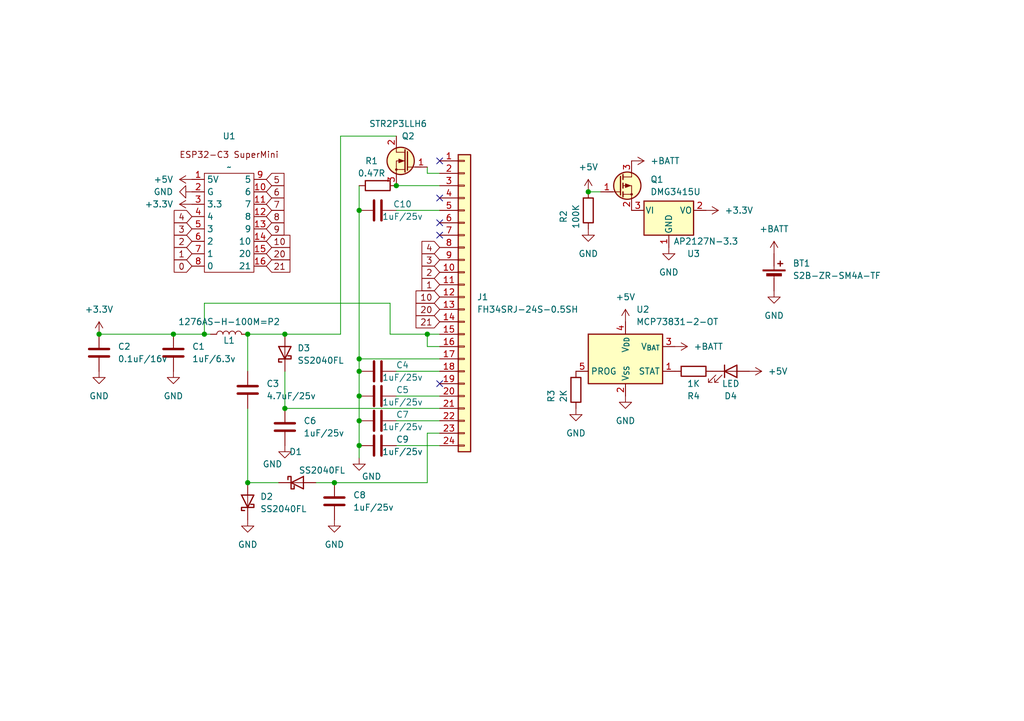
<source format=kicad_sch>
(kicad_sch (version 20230121) (generator eeschema)
  (paper "A5")
  (lib_symbols
    (symbol "Battery_Management:MCP73831-2-OT"
      (property "Reference" "U" (at -7.62 6.35 0))
      (property "Value" "MCP73831-2-OT" (at 1.27 6.35 0))
      (symbol "MCP73831-2-OT_0_1"
        (rectangle (start -7.62 5.08) (end 7.62 -5.08) (stroke (width 0.254)) (fill (type background)))
      )
      (symbol "MCP73831-2-OT_1_1"
        (pin output line (at 10.16 -2.54 180) (length 2.54) (name "STAT") (number "1"))
        (pin power_in line (at 0 -7.62 90) (length 2.54) (name "V_{SS}") (number "2"))
        (pin power_out line (at 10.16 2.54 180) (length 2.54) (name "V_{BAT}") (number "3"))
        (pin power_in line (at 0 7.62 270) (length 2.54) (name "V_{DD}") (number "4"))
        (pin input line (at -10.16 -2.54 0) (length 2.54) (name "PROG") (number "5"))
      )
    )
    (symbol "Connector_Generic:Conn_01x24" (pin_names (offset 1.016) hide)
      (property "Reference" "J" (at 0 30.48 0))
      (property "Value" "Conn_01x24" (at 0 -33.02 0))
      (symbol "Conn_01x24_1_1"
        (rectangle (start -1.27 -30.353) (end 0 -30.607) (stroke (width 0.1524)))
        (rectangle (start -1.27 -27.813) (end 0 -28.067) (stroke (width 0.1524)))
        (rectangle (start -1.27 -25.273) (end 0 -25.527) (stroke (width 0.1524)))
        (rectangle (start -1.27 -22.733) (end 0 -22.987) (stroke (width 0.1524)))
        (rectangle (start -1.27 -20.193) (end 0 -20.447) (stroke (width 0.1524)))
        (rectangle (start -1.27 -17.653) (end 0 -17.907) (stroke (width 0.1524)))
        (rectangle (start -1.27 -15.113) (end 0 -15.367) (stroke (width 0.1524)))
        (rectangle (start -1.27 -12.573) (end 0 -12.827) (stroke (width 0.1524)))
        (rectangle (start -1.27 -10.033) (end 0 -10.287) (stroke (width 0.1524)))
        (rectangle (start -1.27 -7.493) (end 0 -7.747) (stroke (width 0.1524)))
        (rectangle (start -1.27 -4.953) (end 0 -5.207) (stroke (width 0.1524)))
        (rectangle (start -1.27 -2.413) (end 0 -2.667) (stroke (width 0.1524)))
        (rectangle (start -1.27 0.127) (end 0 -0.127) (stroke (width 0.1524)))
        (rectangle (start -1.27 2.667) (end 0 2.413) (stroke (width 0.1524)))
        (rectangle (start -1.27 5.207) (end 0 4.953) (stroke (width 0.1524)))
        (rectangle (start -1.27 7.747) (end 0 7.493) (stroke (width 0.1524)))
        (rectangle (start -1.27 10.287) (end 0 10.033) (stroke (width 0.1524)))
        (rectangle (start -1.27 12.827) (end 0 12.573) (stroke (width 0.1524)))
        (rectangle (start -1.27 15.367) (end 0 15.113) (stroke (width 0.1524)))
        (rectangle (start -1.27 17.907) (end 0 17.653) (stroke (width 0.1524)))
        (rectangle (start -1.27 20.447) (end 0 20.193) (stroke (width 0.1524)))
        (rectangle (start -1.27 22.987) (end 0 22.733) (stroke (width 0.1524)))
        (rectangle (start -1.27 25.527) (end 0 25.273) (stroke (width 0.1524)))
        (rectangle (start -1.27 28.067) (end 0 27.813) (stroke (width 0.1524)))
        (rectangle (start -1.27 29.21) (end 1.27 -31.75) (stroke (width 0.254)) (fill (type background)))
        (pin passive line (at -5.08 27.94 0) (length 3.81) (name "Pin_1") (number "1"))
        (pin passive line (at -5.08 5.08 0) (length 3.81) (name "Pin_10") (number "10"))
        (pin passive line (at -5.08 2.54 0) (length 3.81) (name "Pin_11") (number "11"))
        (pin passive line (at -5.08 0 0) (length 3.81) (name "Pin_12") (number "12"))
        (pin passive line (at -5.08 -2.54 0) (length 3.81) (name "Pin_13") (number "13"))
        (pin passive line (at -5.08 -5.08 0) (length 3.81) (name "Pin_14") (number "14"))
        (pin passive line (at -5.08 -7.62 0) (length 3.81) (name "Pin_15") (number "15"))
        (pin passive line (at -5.08 -10.16 0) (length 3.81) (name "Pin_16") (number "16"))
        (pin passive line (at -5.08 -12.7 0) (length 3.81) (name "Pin_17") (number "17"))
        (pin passive line (at -5.08 -15.24 0) (length 3.81) (name "Pin_18") (number "18"))
        (pin passive line (at -5.08 -17.78 0) (length 3.81) (name "Pin_19") (number "19"))
        (pin passive line (at -5.08 25.4 0) (length 3.81) (name "Pin_2") (number "2"))
        (pin passive line (at -5.08 -20.32 0) (length 3.81) (name "Pin_20") (number "20"))
        (pin passive line (at -5.08 -22.86 0) (length 3.81) (name "Pin_21") (number "21"))
        (pin passive line (at -5.08 -25.4 0) (length 3.81) (name "Pin_22") (number "22"))
        (pin passive line (at -5.08 -27.94 0) (length 3.81) (name "Pin_23") (number "23"))
        (pin passive line (at -5.08 -30.48 0) (length 3.81) (name "Pin_24") (number "24"))
        (pin passive line (at -5.08 22.86 0) (length 3.81) (name "Pin_3") (number "3"))
        (pin passive line (at -5.08 20.32 0) (length 3.81) (name "Pin_4") (number "4"))
        (pin passive line (at -5.08 17.78 0) (length 3.81) (name "Pin_5") (number "5"))
        (pin passive line (at -5.08 15.24 0) (length 3.81) (name "Pin_6") (number "6"))
        (pin passive line (at -5.08 12.7 0) (length 3.81) (name "Pin_7") (number "7"))
        (pin passive line (at -5.08 10.16 0) (length 3.81) (name "Pin_8") (number "8"))
        (pin passive line (at -5.08 7.62 0) (length 3.81) (name "Pin_9") (number "9"))
      )
    )
    (symbol "Device:Battery_Cell" (pin_numbers hide) (pin_names (offset 0) hide)
      (property "Reference" "BT" (at 2.54 2.54 0))
      (property "Value" "Battery_Cell" (at 2.54 0 0))
      (symbol "Battery_Cell_0_1"
        (rectangle (start -2.286 1.778) (end 2.286 1.524) (fill (type outline)))
        (rectangle (start -1.524 1.016) (end 1.524 0.508) (fill (type outline)))
        (polyline (pts (xy 0 0.762) (xy 0 0)))
        (polyline (pts (xy 0 1.778) (xy 0 2.54)))
        (polyline (pts (xy 0.762 3.048) (xy 1.778 3.048)) (stroke (width 0.254)))
        (polyline (pts (xy 1.27 3.556) (xy 1.27 2.54)) (stroke (width 0.254)))
      )
      (symbol "Battery_Cell_1_1"
        (pin passive line (at 0 5.08 270) (length 2.54) (name "+") (number "1"))
        (pin passive line (at 0 -2.54 90) (length 2.54) (name "-") (number "2"))
      )
    )
    (symbol "Device:C" (pin_numbers hide) (pin_names (offset 0.254))
      (property "Reference" "C" (at 0.635 2.54 0))
      (property "Value" "C" (at 0.635 -2.54 0))
      (symbol "C_0_1"
        (polyline (pts (xy -2.032 -0.762) (xy 2.032 -0.762)) (stroke (width 0.508)))
        (polyline (pts (xy -2.032 0.762) (xy 2.032 0.762)) (stroke (width 0.508)))
      )
      (symbol "C_1_1"
        (pin passive line (at 0 3.81 270) (length 2.794) (name "~") (number "1"))
        (pin passive line (at 0 -3.81 90) (length 2.794) (name "~") (number "2"))
      )
    )
    (symbol "Device:L" (pin_numbers hide) (pin_names (offset 1.016) hide)
      (property "Reference" "L" (at -1.27 0 90))
      (property "Value" "L" (at 1.905 0 90))
      (symbol "L_0_1"
        (arc (start 0 -2.54) (mid 0.6323 -1.905) (end 0 -1.27))
        (arc (start 0 -1.27) (mid 0.6323 -0.635) (end 0 0))
        (arc (start 0 0) (mid 0.6323 0.635) (end 0 1.27))
        (arc (start 0 1.27) (mid 0.6323 1.905) (end 0 2.54))
      )
      (symbol "L_1_1"
        (pin passive line (at 0 3.81 270) (length 1.27) (name "1") (number "1"))
        (pin passive line (at 0 -3.81 90) (length 1.27) (name "2") (number "2"))
      )
    )
    (symbol "Device:LED" (pin_numbers hide) (pin_names (offset 1.016) hide)
      (property "Reference" "D" (at 0 2.54 0))
      (property "Value" "LED" (at 0 -2.54 0))
      (symbol "LED_0_1"
        (polyline (pts (xy -1.27 -1.27) (xy -1.27 1.27)) (stroke (width 0.254)))
        (polyline (pts (xy -1.27 0) (xy 1.27 0)))
        (polyline (pts (xy 1.27 -1.27) (xy 1.27 1.27) (xy -1.27 0) (xy 1.27 -1.27)) (stroke (width 0.254)))
        (polyline (pts (xy -3.048 -0.762) (xy -4.572 -2.286) (xy -3.81 -2.286) (xy -4.572 -2.286) (xy -4.572 -1.524)))
        (polyline (pts (xy -1.778 -0.762) (xy -3.302 -2.286) (xy -2.54 -2.286) (xy -3.302 -2.286) (xy -3.302 -1.524)))
      )
      (symbol "LED_1_1"
        (pin passive line (at -3.81 0 0) (length 2.54) (name "K") (number "1"))
        (pin passive line (at 3.81 0 180) (length 2.54) (name "A") (number "2"))
      )
    )
    (symbol "Device:R" (pin_numbers hide) (pin_names (offset 0))
      (property "Reference" "R" (at 2.032 0 90))
      (property "Value" "R" (at 0 0 90))
      (symbol "R_0_1"
        (rectangle (start -1.016 -2.54) (end 1.016 2.54) (stroke (width 0.254)))
      )
      (symbol "R_1_1"
        (pin passive line (at 0 3.81 270) (length 1.27) (name "~") (number "1"))
        (pin passive line (at 0 -3.81 90) (length 1.27) (name "~") (number "2"))
      )
    )
    (symbol "Diode:C3D02065E" (pin_numbers hide) (pin_names (offset 1.016) hide)
      (property "Reference" "D" (at 0 2.54 0))
      (property "Value" "C3D02065E" (at 0 -2.54 0))
      (symbol "C3D02065E_0_1"
        (polyline (pts (xy 1.27 0) (xy -1.27 0)))
        (polyline (pts (xy 1.27 1.27) (xy 1.27 -1.27) (xy -1.27 0) (xy 1.27 1.27)) (stroke (width 0.254)))
        (polyline (pts (xy -1.905 0.635) (xy -1.905 1.27) (xy -1.27 1.27) (xy -1.27 -1.27) (xy -0.635 -1.27) (xy -0.635 -0.635)) (stroke (width 0.254)))
      )
      (symbol "C3D02065E_1_1"
        (pin passive line (at -3.81 0 0) (length 2.54) (name "K") (number "1"))
        (pin passive line (at 3.81 0 180) (length 2.54) (name "A") (number "2"))
      )
    )
    (symbol "PCM_Transistor_MOSFET_AKL:DMG3415U" (pin_names hide)
      (property "Reference" "Q" (at 5.08 1.27 0))
      (property "Value" "DMG3415U" (at 5.08 -1.27 0))
      (symbol "DMG3415U_0_1"
        (polyline (pts (xy 0.254 -1.905) (xy 0.254 1.905)) (stroke (width 0.254)))
        (polyline (pts (xy 0.254 1.27) (xy -2.54 1.27)))
        (polyline (pts (xy 0.762 -2.286) (xy 0.762 -1.27)) (stroke (width 0.254)))
        (polyline (pts (xy 0.762 -1.778) (xy 2.54 -1.778)))
        (polyline (pts (xy 0.762 -0.508) (xy 0.762 0.508)) (stroke (width 0.254)))
        (polyline (pts (xy 0.762 1.27) (xy 0.762 2.286)) (stroke (width 0.254)))
        (polyline (pts (xy 0.762 1.778) (xy 2.54 1.778)))
        (polyline (pts (xy 2.54 -2.54) (xy 2.54 -1.778)))
        (polyline (pts (xy 2.54 2.54) (xy 2.54 0) (xy 0.762 0)))
        (polyline (pts (xy 2.286 0) (xy 1.27 -0.381) (xy 1.27 0.381) (xy 2.286 0)) (fill (type outline)))
      )
      (symbol "DMG3415U_1_1"
        (circle (center 1.651 0) (radius 2.794) (stroke (width 0.254)) (fill (type background)))
        (circle (center 2.54 1.778) (radius 0.1778) (fill (type outline)))
        (pin input line (at -3.81 1.27 0) (length 2.54) (name "G") (number "1"))
        (pin passive line (at 2.54 5.08 270) (length 2.54) (name "S") (number "2"))
        (pin passive line (at 2.54 -5.08 90) (length 2.54) (name "D") (number "3"))
      )
    )
    (symbol "PCM_Transistor_MOSFET_AKL:Q_NMOS-D_Generic_GDS" (pin_names hide)
      (property "Reference" "Q" (at 5.08 1.27 0))
      (property "Value" "Q_NMOS-D_Generic_GDS" (at 5.08 -1.27 0))
      (symbol "Q_NMOS-D_Generic_GDS_0_1"
        (polyline (pts (xy 0.254 -1.27) (xy -2.54 -1.27)))
        (polyline (pts (xy 0.254 1.905) (xy 0.254 -1.905)) (stroke (width 0.254)))
        (polyline (pts (xy 0.762 -2.286) (xy 0.762 2.286)) (stroke (width 0.254)))
        (polyline (pts (xy 0.762 -1.778) (xy 2.54 -1.778)))
        (polyline (pts (xy 2.54 1.778) (xy 0.762 1.778)))
        (polyline (pts (xy 2.54 2.54) (xy 2.54 1.778)))
        (polyline (pts (xy 2.54 -2.54) (xy 2.54 0) (xy 0.762 0)))
        (polyline (pts (xy 1.016 0) (xy 2.032 0.381) (xy 2.032 -0.381) (xy 1.016 0)) (fill (type outline)))
        (circle (center 1.651 0) (radius 2.794) (stroke (width 0.254)) (fill (type background)))
        (circle (center 2.54 -1.778) (radius 0.1778) (fill (type outline)))
      )
      (symbol "Q_NMOS-D_Generic_GDS_1_1"
        (pin input line (at -3.81 -1.27 0) (length 2.54) (name "G") (number "1"))
        (pin passive line (at 2.54 5.08 270) (length 2.54) (name "D") (number "2"))
        (pin passive line (at 2.54 -5.08 90) (length 2.54) (name "S") (number "3"))
      )
    )
    (symbol "Regulator_Linear:AP2127N-3.3" (pin_names (offset 0.254))
      (property "Reference" "U" (at -3.81 3.175 0))
      (property "Value" "AP2127N-3.3" (at 0 3.175 0))
      (symbol "AP2127N-3.3_0_1"
        (rectangle (start -5.08 1.905) (end 5.08 -5.08) (stroke (width 0.254)) (fill (type background)))
      )
      (symbol "AP2127N-3.3_1_1"
        (pin power_in line (at 0 -7.62 90) (length 2.54) (name "GND") (number "1"))
        (pin power_out line (at 7.62 0 180) (length 2.54) (name "VO") (number "2"))
        (pin power_in line (at -7.62 0 0) (length 2.54) (name "VI") (number "3"))
      )
    )
    (symbol "custom:esp32-c3_superMini"
      (property "Reference" "U" (at 0 0 0))
      (symbol "esp32-c3_superMini_0_1"
        (rectangle (start -5.08 -1.27) (end 5.08 -21.59))
      )
      (symbol "esp32-c3_superMini_1_1"
        (text "ESP32-C3 SuperMini\n" (at 0 2.54 0) (effects (font (size 1.27 1.27))))
        (pin bidirectional line (at -7.62 -2.54 0) (length 2.54) (name "5V") (number "1"))
        (pin bidirectional line (at 7.62 -5.08 180) (length 2.54) (name "6") (number "10"))
        (pin bidirectional line (at 7.62 -7.62 180) (length 2.54) (name "7") (number "11"))
        (pin bidirectional line (at 7.62 -10.16 180) (length 2.54) (name "8") (number "12"))
        (pin bidirectional line (at 7.62 -12.7 180) (length 2.54) (name "9") (number "13"))
        (pin bidirectional line (at 7.62 -15.24 180) (length 2.54) (name "10") (number "14"))
        (pin bidirectional line (at 7.62 -17.78 180) (length 2.54) (name "20") (number "15"))
        (pin bidirectional line (at 7.62 -20.32 180) (length 2.54) (name "21") (number "16"))
        (pin bidirectional line (at -7.62 -5.08 0) (length 2.54) (name "G") (number "2"))
        (pin bidirectional line (at -7.62 -7.62 0) (length 2.54) (name "3.3") (number "3"))
        (pin bidirectional line (at -7.62 -10.16 0) (length 2.54) (name "4") (number "4"))
        (pin bidirectional line (at -7.62 -12.7 0) (length 2.54) (name "3") (number "5"))
        (pin bidirectional line (at -7.62 -15.24 0) (length 2.54) (name "2") (number "6"))
        (pin bidirectional line (at -7.62 -17.78 0) (length 2.54) (name "1") (number "7"))
        (pin bidirectional line (at -7.62 -20.32 0) (length 2.54) (name "0") (number "8"))
        (pin bidirectional line (at 7.62 -2.54 180) (length 2.54) (name "5") (number "9"))
      )
    )
    (symbol "power:+3.3V" (power) (pin_names (offset 0))
      (property "Value" "+3.3V" (at 0 3.556 0))
      (symbol "+3.3V_0_1"
        (polyline (pts (xy -0.762 1.27) (xy 0 2.54)))
        (polyline (pts (xy 0 0) (xy 0 2.54)))
        (polyline (pts (xy 0 2.54) (xy 0.762 1.27)))
      )
      (symbol "+3.3V_1_1"
        (pin power_in line (at 0 0 90) (length 0) hide (name "+3.3V") (number "1"))
      )
    )
    (symbol "power:+5V" (power) (pin_names (offset 0))
      (property "Value" "+5V" (at 0 3.556 0))
      (symbol "+5V_0_1"
        (polyline (pts (xy -0.762 1.27) (xy 0 2.54)))
        (polyline (pts (xy 0 0) (xy 0 2.54)))
        (polyline (pts (xy 0 2.54) (xy 0.762 1.27)))
      )
      (symbol "+5V_1_1"
        (pin power_in line (at 0 0 90) (length 0) hide (name "+5V") (number "1"))
      )
    )
    (symbol "power:+BATT" (power) (pin_names (offset 0))
      (property "Value" "+BATT" (at 0 3.556 0))
      (symbol "+BATT_0_1"
        (polyline (pts (xy -0.762 1.27) (xy 0 2.54)))
        (polyline (pts (xy 0 0) (xy 0 2.54)))
        (polyline (pts (xy 0 2.54) (xy 0.762 1.27)))
      )
      (symbol "+BATT_1_1"
        (pin power_in line (at 0 0 90) (length 0) hide (name "+BATT") (number "1"))
      )
    )
    (symbol "power:GND" (power) (pin_names (offset 0))
      (property "Value" "GND" (at 0 -3.81 0))
      (symbol "GND_0_1"
        (polyline (pts (xy 0 0) (xy 0 -1.27) (xy 1.27 -1.27) (xy 0 -2.54) (xy -1.27 -1.27) (xy 0 -1.27)))
      )
      (symbol "GND_1_1"
        (pin power_in line (at 0 0 270) (length 0) hide (name "GND") (number "1"))
      )
    )
  )
  (junction (at 58.42 68.58))
  (junction (at 35.56 68.58))
  (junction (at 50.8 99.06))
  (junction (at 68.58 99.06))
  (junction (at 73.66 86.36))
  (junction (at 50.8 68.58))
  (junction (at 73.66 91.44))
  (junction (at 87.63 68.58))
  (junction (at 73.66 73.66))
  (junction (at 73.66 76.2))
  (junction (at 73.66 81.28))
  (junction (at 73.66 43.18))
  (junction (at 120.65 39.37))
  (junction (at 81.28 38.1))
  (junction (at 20.32 68.58))
  (junction (at 41.91 68.58))
  (junction (at 58.42 83.82))
  (no_connect (at 90.17 48.26))
  (no_connect (at 90.17 78.74))
  (no_connect (at 90.17 33.02))
  (no_connect (at 90.17 45.72))
  (no_connect (at 90.17 40.64))
  (wire (pts (xy 50.8 83.82) (xy 50.8 99.06)))
  (wire (pts (xy 73.66 38.1) (xy 73.66 43.18)))
  (wire (pts (xy 80.01 62.23) (xy 41.91 62.23)))
  (wire (pts (xy 69.85 27.94) (xy 69.85 68.58)))
  (wire (pts (xy 41.91 62.23) (xy 41.91 68.58)))
  (wire (pts (xy 87.63 68.58) (xy 87.63 71.12)))
  (wire (pts (xy 50.8 68.58) (xy 50.8 76.2)))
  (wire (pts (xy 81.28 38.1) (xy 90.17 38.1)))
  (wire (pts (xy 81.28 86.36) (xy 90.17 86.36)))
  (wire (pts (xy 80.01 68.58) (xy 80.01 62.23)))
  (wire (pts (xy 73.66 76.2) (xy 73.66 81.28)))
  (wire (pts (xy 58.42 76.2) (xy 58.42 83.82)))
  (wire (pts (xy 50.8 68.58) (xy 58.42 68.58)))
  (wire (pts (xy 58.42 83.82) (xy 90.17 83.82)))
  (wire (pts (xy 73.66 81.28) (xy 73.66 86.36)))
  (wire (pts (xy 90.17 68.58) (xy 87.63 68.58)))
  (wire (pts (xy 87.63 71.12) (xy 90.17 71.12)))
  (wire (pts (xy 81.28 91.44) (xy 90.17 91.44)))
  (wire (pts (xy 87.63 35.56) (xy 87.63 34.29)))
  (wire (pts (xy 81.28 27.94) (xy 69.85 27.94)))
  (wire (pts (xy 35.56 68.58) (xy 41.91 68.58)))
  (wire (pts (xy 58.42 68.58) (xy 69.85 68.58)))
  (wire (pts (xy 120.65 39.37) (xy 123.19 39.37)))
  (wire (pts (xy 81.28 76.2) (xy 90.17 76.2)))
  (wire (pts (xy 50.8 99.06) (xy 57.15 99.06)))
  (wire (pts (xy 73.66 73.66) (xy 90.17 73.66)))
  (wire (pts (xy 73.66 73.66) (xy 73.66 76.2)))
  (wire (pts (xy 41.91 68.58) (xy 43.18 68.58)))
  (wire (pts (xy 73.66 91.44) (xy 73.66 93.98)))
  (wire (pts (xy 73.66 43.18) (xy 73.66 73.66)))
  (wire (pts (xy 81.28 43.18) (xy 90.17 43.18)))
  (wire (pts (xy 64.77 99.06) (xy 68.58 99.06)))
  (wire (pts (xy 81.28 81.28) (xy 90.17 81.28)))
  (wire (pts (xy 87.63 68.58) (xy 80.01 68.58)))
  (wire (pts (xy 73.66 86.36) (xy 73.66 91.44)))
  (wire (pts (xy 20.32 68.58) (xy 35.56 68.58)))
  (wire (pts (xy 87.63 88.9) (xy 90.17 88.9)))
  (wire (pts (xy 87.63 88.9) (xy 87.63 99.06)))
  (wire (pts (xy 90.17 35.56) (xy 87.63 35.56)))
  (wire (pts (xy 87.63 99.06) (xy 68.58 99.06)))
  (global_label "10" (shape input) (at 54.61 49.53 0) (property "Intersheetrefs" "${INTERSHEET_REFS}" (effects hide)))
  (global_label "1" (shape input) (at 90.17 58.42 180) (property "Intersheetrefs" "${INTERSHEET_REFS}" (effects hide)))
  (global_label "4" (shape input) (at 39.37 44.45 180) (property "Intersheetrefs" "${INTERSHEET_REFS}" (effects hide)))
  (global_label "0" (shape input) (at 39.37 54.61 180) (property "Intersheetrefs" "${INTERSHEET_REFS}" (effects hide)))
  (global_label "21" (shape input) (at 90.17 66.04 180) (property "Intersheetrefs" "${INTERSHEET_REFS}" (effects hide)))
  (global_label "3" (shape input) (at 39.37 46.99 180) (property "Intersheetrefs" "${INTERSHEET_REFS}" (effects hide)))
  (global_label "2" (shape input) (at 39.37 49.53 180) (property "Intersheetrefs" "${INTERSHEET_REFS}" (effects hide)))
  (global_label "9" (shape input) (at 54.61 46.99 0) (property "Intersheetrefs" "${INTERSHEET_REFS}" (effects hide)))
  (global_label "2" (shape input) (at 90.17 55.88 180) (property "Intersheetrefs" "${INTERSHEET_REFS}" (effects hide)))
  (global_label "4" (shape input) (at 90.17 50.8 180) (property "Intersheetrefs" "${INTERSHEET_REFS}" (effects hide)))
  (global_label "8" (shape input) (at 54.61 44.45 0) (property "Intersheetrefs" "${INTERSHEET_REFS}" (effects hide)))
  (global_label "6" (shape input) (at 54.61 39.37 0) (property "Intersheetrefs" "${INTERSHEET_REFS}" (effects hide)))
  (global_label "21" (shape input) (at 54.61 54.61 0) (property "Intersheetrefs" "${INTERSHEET_REFS}" (effects hide)))
  (global_label "1" (shape input) (at 39.37 52.07 180) (property "Intersheetrefs" "${INTERSHEET_REFS}" (effects hide)))
  (global_label "5" (shape input) (at 54.61 36.83 0) (property "Intersheetrefs" "${INTERSHEET_REFS}" (effects hide)))
  (global_label "7" (shape input) (at 54.61 41.91 0) (property "Intersheetrefs" "${INTERSHEET_REFS}" (effects hide)))
  (global_label "20" (shape input) (at 90.17 63.5 180) (property "Intersheetrefs" "${INTERSHEET_REFS}" (effects hide)))
  (global_label "20" (shape input) (at 54.61 52.07 0) (property "Intersheetrefs" "${INTERSHEET_REFS}" (effects hide)))
  (global_label "3" (shape input) (at 90.17 53.34 180) (property "Intersheetrefs" "${INTERSHEET_REFS}" (effects hide)))
  (global_label "10" (shape input) (at 90.17 60.96 180) (property "Intersheetrefs" "${INTERSHEET_REFS}" (effects hide)))
  (symbol (lib_id "power:GND") (at 73.66 93.98 0) (unit 1)
    (property "Reference" "#PWR010" (effects hide))
    (property "Value" "GND" (at 76.2 97.79 0))
  )
  (symbol (lib_id "Device:C") (at 68.58 102.87 0) (unit 1)
    (property "Reference" "C8" (at 72.39 101.6 0) (effects (justify left)))
    (property "Value" "1uF/25v" (at 72.39 104.14 0) (effects (justify left)))
    (property "Footprint" "PCM_Capacitor_SMD_AKL:C_0603_1608Metric" (effects hide))
  )
  (symbol (lib_id "Device:C") (at 58.42 87.63 0) (unit 1)
    (property "Reference" "C6" (at 62.23 86.36 0) (effects (justify left)))
    (property "Value" "1uF/25v" (at 62.23 88.9 0) (effects (justify left)))
    (property "Footprint" "PCM_Capacitor_SMD_AKL:C_0603_1608Metric" (effects hide))
  )
  (symbol (lib_id "Device:R") (at 120.65 43.18 180) (unit 1)
    (property "Reference" "R2" (at 115.57 44.45 90))
    (property "Value" "100K" (at 118.11 44.45 90))
    (property "Footprint" "PCM_Resistor_SMD_AKL:R_0603_1608Metric" (effects hide))
  )
  (symbol (lib_id "Device:LED") (at 149.86 76.2 0) (unit 1)
    (property "Reference" "D4" (at 149.86 81.28 0))
    (property "Value" "LED" (at 149.86 78.74 0))
    (property "Footprint" "LED_SMD:LED_0603_1608Metric" (effects hide))
  )
  (symbol (lib_id "Device:Battery_Cell") (at 158.75 57.15 0) (unit 1)
    (property "Reference" "BT1" (at 162.56 54.0385 0) (effects (justify left)))
    (property "Value" "S2B-ZR-SM4A-TF" (at 162.56 56.5785 0) (effects (justify left)))
    (property "Footprint" "Connector_JST:JST_PH_S2B-PH-SM4-TB_1x02-1MP_P2.00mm_Horizontal" (effects hide))
  )
  (symbol (lib_id "Device:R") (at 77.47 38.1 90) (unit 1)
    (property "Reference" "R1" (at 76.2 33.02 90))
    (property "Value" "0.47R" (at 76.2 35.56 90))
    (property "Footprint" "PCM_Resistor_SMD_AKL:R_0603_1608Metric" (effects hide))
  )
  (symbol (lib_id "power:+5V") (at 128.27 66.04 0) (unit 1)
    (property "Reference" "#PWR015" (effects hide))
    (property "Value" "+5V" (at 128.27 60.96 0))
  )
  (symbol (lib_id "Device:C") (at 50.8 80.01 0) (unit 1)
    (property "Reference" "C3" (at 54.61 78.74 0) (effects (justify left)))
    (property "Value" "4.7uF/25v" (at 54.61 81.28 0) (effects (justify left)))
    (property "Footprint" "PCM_Capacitor_SMD_AKL:C_0603_1608Metric" (effects hide))
  )
  (symbol (lib_id "power:+5V") (at 120.65 39.37 0) (unit 1)
    (property "Reference" "#PWR011" (effects hide))
    (property "Value" "+5V" (at 120.65 34.29 0))
  )
  (symbol (lib_id "Device:R") (at 142.24 76.2 270) (unit 1)
    (property "Reference" "R4" (at 142.24 81.28 90))
    (property "Value" "1K" (at 142.24 78.74 90))
    (property "Footprint" "PCM_Resistor_SMD_AKL:R_0603_1608Metric" (effects hide))
  )
  (symbol (lib_id "power:GND") (at 128.27 81.28 0) (unit 1)
    (property "Reference" "#PWR017" (effects hide))
    (property "Value" "GND" (at 128.27 86.36 0))
  )
  (symbol (lib_id "power:+BATT") (at 158.75 52.07 0) (unit 1)
    (property "Reference" "#PWR020" (effects hide))
    (property "Value" "+BATT" (at 158.75 46.99 0))
  )
  (symbol (lib_id "Device:C") (at 77.47 43.18 90) (unit 1)
    (property "Reference" "C10" (at 82.55 41.91 90))
    (property "Value" "1uF/25v" (at 82.55 44.45 90))
    (property "Footprint" "PCM_Capacitor_SMD_AKL:C_0603_1608Metric" (effects hide))
  )
  (symbol (lib_id "Battery_Management:MCP73831-2-OT") (at 128.27 73.66 0) (unit 1)
    (property "Reference" "U2" (at 130.4641 63.5 0) (effects (justify left)))
    (property "Value" "MCP73831-2-OT" (at 130.4641 66.04 0) (effects (justify left)))
    (property "Footprint" "Package_TO_SOT_SMD:SOT-23-5" (effects hide))
    (property "Datasheet" "http://ww1.microchip.com/downloads/en/DeviceDoc/20001984g.pdf" (effects hide))
  )
  (symbol (lib_id "power:GND") (at 118.11 83.82 0) (unit 1)
    (property "Reference" "#PWR016" (effects hide))
    (property "Value" "GND" (at 118.11 88.9 0))
  )
  (symbol (lib_id "power:+3.3V") (at 144.78 43.18 270) (unit 1)
    (property "Reference" "#PWR013" (effects hide))
    (property "Value" "+3.3V" (at 148.59 43.18 90) (effects (justify left)))
  )
  (symbol (lib_id "power:+5V") (at 153.67 76.2 270) (unit 1)
    (property "Reference" "#PWR019" (effects hide))
    (property "Value" "+5V" (at 157.48 76.2 90) (effects (justify left)))
  )
  (symbol (lib_id "power:+BATT") (at 138.43 71.12 270) (unit 1)
    (property "Reference" "#PWR018" (effects hide))
    (property "Value" "+BATT" (at 142.24 71.12 90) (effects (justify left)))
  )
  (symbol (lib_id "Connector_Generic:Conn_01x24") (at 95.25 60.96 0) (unit 1)
    (property "Reference" "J1" (at 97.79 60.96 0) (effects (justify left)))
    (property "Value" "FH34SRJ-24S-0.5SH" (at 97.79 63.5 0) (effects (justify left)))
    (property "Footprint" "custom:FH34SRJ-24S-0.5SH" (effects hide))
  )
  (symbol (lib_id "Diode:C3D02065E") (at 50.8 102.87 90) (unit 1)
    (property "Reference" "D2" (at 53.34 101.9175 90) (effects (justify right)))
    (property "Value" "SS2040FL" (at 53.34 104.4575 90) (effects (justify right)))
    (property "Footprint" "PCM_Diode_SMD_AKL:D_0603_1608Metric" (effects hide))
    (property "Datasheet" "https://www.wolfspeed.com/media/downloads/118/C3D02065E.pdf" (effects hide))
  )
  (symbol (lib_id "power:GND") (at 50.8 106.68 0) (unit 1)
    (property "Reference" "#PWR08" (effects hide))
    (property "Value" "GND" (at 50.8 111.76 0))
  )
  (symbol (lib_id "Device:C") (at 77.47 86.36 90) (unit 1)
    (property "Reference" "C7" (at 82.55 85.09 90))
    (property "Value" "1uF/25v" (at 82.55 87.63 90))
    (property "Footprint" "PCM_Capacitor_SMD_AKL:C_0603_1608Metric" (effects hide))
  )
  (symbol (lib_id "power:GND") (at 20.32 76.2 0) (unit 1)
    (property "Reference" "#PWR07" (effects hide))
    (property "Value" "GND" (at 20.32 81.28 0))
  )
  (symbol (lib_id "power:GND") (at 35.56 76.2 0) (unit 1)
    (property "Reference" "#PWR06" (effects hide))
    (property "Value" "GND" (at 35.56 81.28 0))
  )
  (symbol (lib_id "custom:esp32-c3_superMini") (at 46.99 34.29 0) (unit 1)
    (property "Reference" "U1" (at 46.99 27.94 0))
    (property "Value" "~" (at 46.99 34.29 0))
    (property "Footprint" "custom:esp32-c3 superMini" (effects hide))
  )
  (symbol (lib_id "Device:C") (at 77.47 91.44 90) (unit 1)
    (property "Reference" "C9" (at 82.55 90.17 90))
    (property "Value" "1uF/25v" (at 82.55 92.71 90))
    (property "Footprint" "PCM_Capacitor_SMD_AKL:C_0603_1608Metric" (effects hide))
  )
  (symbol (lib_id "Diode:C3D02065E") (at 58.42 72.39 90) (unit 1)
    (property "Reference" "D3" (at 60.96 71.4375 90) (effects (justify right)))
    (property "Value" "SS2040FL" (at 60.96 73.9775 90) (effects (justify right)))
    (property "Footprint" "PCM_Diode_SMD_AKL:D_0603_1608Metric" (effects hide))
    (property "Datasheet" "https://www.wolfspeed.com/media/downloads/118/C3D02065E.pdf" (effects hide))
  )
  (symbol (lib_id "Device:C") (at 20.32 72.39 0) (unit 1)
    (property "Reference" "C2" (at 24.13 71.12 0) (effects (justify left)))
    (property "Value" "0.1uF/16v" (at 24.13 73.66 0) (effects (justify left)))
    (property "Footprint" "PCM_Capacitor_SMD_AKL:C_0603_1608Metric" (effects hide))
  )
  (symbol (lib_id "power:GND") (at 58.42 91.44 0) (unit 1)
    (property "Reference" "#PWR09" (effects hide))
    (property "Value" "GND" (at 55.88 95.25 0))
  )
  (symbol (lib_id "power:GND") (at 68.58 106.68 0) (unit 1)
    (property "Reference" "#PWR05" (effects hide))
    (property "Value" "GND" (at 68.58 111.76 0))
  )
  (symbol (lib_id "PCM_Transistor_MOSFET_AKL:Q_NMOS-D_Generic_GDS") (at 83.82 33.02 0) (mirror y) (unit 1)
    (property "Reference" "Q2" (at 85.09 27.94 0) (effects (justify left)))
    (property "Value" "STR2P3LLH6" (at 87.63 25.4 0) (effects (justify left)))
    (property "Footprint" "PCM_Package_TO_SOT_SMD_AKL:SC-59" (effects hide))
  )
  (symbol (lib_id "power:GND") (at 39.37 39.37 270) (unit 1)
    (property "Reference" "#PWR01" (effects hide))
    (property "Value" "GND" (at 35.56 39.37 90) (effects (justify right)))
  )
  (symbol (lib_id "Device:C") (at 77.47 81.28 90) (unit 1)
    (property "Reference" "C5" (at 82.55 80.01 90))
    (property "Value" "1uF/25v" (at 82.55 82.55 90))
    (property "Footprint" "PCM_Capacitor_SMD_AKL:C_0603_1608Metric" (effects hide))
  )
  (symbol (lib_id "Regulator_Linear:AP2127N-3.3") (at 137.16 43.18 0) (unit 1)
    (property "Reference" "U3" (at 142.24 52.07 0))
    (property "Value" "AP2127N-3.3" (at 144.78 49.53 0))
    (property "Footprint" "Package_TO_SOT_SMD:SOT-23" (effects hide))
    (property "Datasheet" "https://www.diodes.com/assets/Datasheets/AP2127.pdf" (effects hide))
  )
  (symbol (lib_id "power:+3.3V") (at 39.37 41.91 90) (unit 1)
    (property "Reference" "#PWR02" (effects hide))
    (property "Value" "+3.3V" (at 35.56 41.91 90) (effects (justify left)))
  )
  (symbol (lib_id "power:+5V") (at 39.37 36.83 90) (unit 1)
    (property "Reference" "#PWR03" (effects hide))
    (property "Value" "+5V" (at 35.56 36.83 90) (effects (justify left)))
  )
  (symbol (lib_id "power:GND") (at 137.16 50.8 0) (unit 1)
    (property "Reference" "#PWR022" (effects hide))
    (property "Value" "GND" (at 137.16 55.88 0))
  )
  (symbol (lib_id "Device:C") (at 35.56 72.39 0) (unit 1)
    (property "Reference" "C1" (at 39.37 71.12 0) (effects (justify left)))
    (property "Value" "1uF/6.3v" (at 39.37 73.66 0) (effects (justify left)))
    (property "Footprint" "PCM_Capacitor_SMD_AKL:C_0603_1608Metric" (effects hide))
  )
  (symbol (lib_id "power:+3.3V") (at 20.32 68.58 0) (unit 1)
    (property "Reference" "#PWR04" (effects hide))
    (property "Value" "+3.3V" (at 20.32 63.5 0))
  )
  (symbol (lib_id "Diode:C3D02065E") (at 60.96 99.06 0) (unit 1)
    (property "Reference" "D1" (at 60.6425 92.71 0))
    (property "Value" "SS2040FL" (at 66.04 96.52 0))
    (property "Footprint" "PCM_Diode_SMD_AKL:D_0603_1608Metric" (effects hide))
    (property "Datasheet" "https://www.wolfspeed.com/media/downloads/118/C3D02065E.pdf" (effects hide))
  )
  (symbol (lib_id "Device:C") (at 77.47 76.2 90) (unit 1)
    (property "Reference" "C4" (at 82.55 74.93 90))
    (property "Value" "1uF/25v" (at 82.55 77.47 90))
    (property "Footprint" "PCM_Capacitor_SMD_AKL:C_0603_1608Metric" (effects hide))
  )
  (symbol (lib_id "Device:R") (at 118.11 80.01 180) (unit 1)
    (property "Reference" "R3" (at 113.03 81.28 90))
    (property "Value" "2K" (at 115.57 81.28 90))
    (property "Footprint" "PCM_Resistor_SMD_AKL:R_0603_1608Metric" (effects hide))
  )
  (symbol (lib_id "Device:L") (at 46.99 68.58 90) (unit 1)
    (property "Reference" "L1" (at 46.99 69.85 90))
    (property "Value" "1276AS-H-100M=P2" (at 46.99 66.04 90))
    (property "Footprint" "PCM_Inductor_SMD_AKL:L_1210_3225Metric" (effects hide))
  )
  (symbol (lib_id "power:GND") (at 120.65 46.99 0) (unit 1)
    (property "Reference" "#PWR012" (effects hide))
    (property "Value" "GND" (at 120.65 52.07 0))
  )
  (symbol (lib_id "power:+BATT") (at 129.54 33.02 270) (unit 1)
    (property "Reference" "#PWR014" (effects hide))
    (property "Value" "+BATT" (at 133.35 33.02 90) (effects (justify left)))
  )
  (symbol (lib_id "power:GND") (at 158.75 59.69 0) (unit 1)
    (property "Reference" "#PWR021" (effects hide))
    (property "Value" "GND" (at 158.75 64.77 0))
  )
  (symbol (lib_id "PCM_Transistor_MOSFET_AKL:DMG3415U") (at 127 38.1 0) (mirror x) (unit 1)
    (property "Reference" "Q1" (at 133.35 36.83 0) (effects (justify left)))
    (property "Value" "DMG3415U" (at 133.35 39.37 0) (effects (justify left)))
    (property "Footprint" "PCM_Package_TO_SOT_SMD_AKL:SC-59" (effects hide))
    (property "Datasheet" "https://www.tme.eu/Document/236093ecb8447f8a47174c5983185a9e/DMG3415U.pdf" (effects hide))
  )
)
</source>
